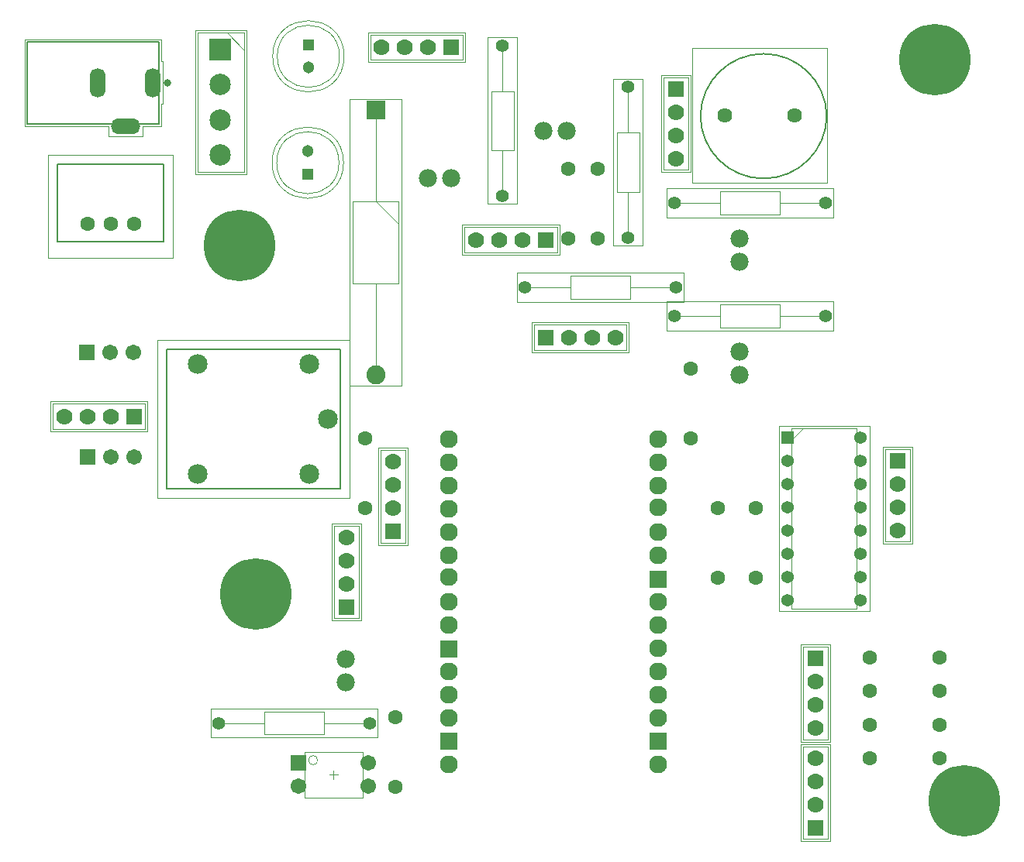
<source format=gts>
G04*
G04 #@! TF.GenerationSoftware,Altium Limited,Altium Designer,18.0.9 (584)*
G04*
G04 Layer_Color=8388736*
%FSLAX44Y44*%
%MOMM*%
G71*
G01*
G75*
%ADD10C,0.2000*%
%ADD11C,0.1000*%
%ADD14C,0.1270*%
%ADD15C,0.4000*%
%ADD18C,0.0001*%
%ADD19C,0.0500*%
%ADD20C,7.8232*%
%ADD21C,1.7032*%
%ADD22R,1.7032X1.7032*%
%ADD23R,1.7782X1.7782*%
%ADD24C,1.7782*%
%ADD25R,1.7782X1.7782*%
%ADD26R,1.3632X1.3632*%
%ADD27C,1.3632*%
%ADD28R,2.3332X2.3332*%
%ADD29C,2.3332*%
%ADD30C,2.0782*%
%ADD31R,2.0782X2.0782*%
%ADD32R,1.3032X1.3032*%
%ADD33C,1.3032*%
%ADD34C,1.4032*%
%ADD35C,1.6202*%
%ADD36C,1.6032*%
%ADD37C,2.1532*%
%ADD38C,1.9812*%
%ADD39O,3.2192X1.7112*%
%ADD40O,1.7112X3.2192*%
%ADD41C,1.9558*%
%ADD42R,1.9558X1.9558*%
D10*
X994720Y1150620D02*
G03*
X1132620Y1150620I68950J0D01*
G01*
D02*
G03*
X994720Y1150620I-68950J-1530D01*
G01*
X292520Y1012510D02*
Y1097510D01*
X408520D01*
Y1012510D02*
Y1097510D01*
X292520Y1012510D02*
X408520D01*
X601730Y742760D02*
Y894760D01*
X411730D02*
X601730D01*
X411730Y742760D02*
Y894760D01*
Y742760D02*
X601730D01*
D11*
X600500Y1215245D02*
G03*
X600500Y1215245I-34000J0D01*
G01*
X599875Y1098945D02*
G03*
X599875Y1098945I-34000J0D01*
G01*
X576630Y445760D02*
G03*
X576630Y445760I-5000J0D01*
G01*
X388370Y807990D02*
Y835390D01*
X287270Y807990D02*
X388370D01*
X287270D02*
Y835390D01*
X388370D01*
X1106540Y569710D02*
X1133940D01*
Y468610D02*
Y569710D01*
X1106540Y468610D02*
X1133940D01*
X1106540D02*
Y569710D01*
X813050Y894350D02*
Y921750D01*
X914150D01*
Y894350D02*
Y921750D01*
X813050Y894350D02*
X914150D01*
X594630Y600892D02*
X622030D01*
X594630D02*
Y701992D01*
X622030D01*
Y600892D02*
Y701992D01*
X735160Y1211670D02*
Y1239070D01*
X634060Y1211670D02*
X735160D01*
X634060D02*
Y1239070D01*
X735160D01*
X954040Y1192309D02*
X981440D01*
Y1091209D02*
Y1192309D01*
X954040Y1091209D02*
X981440D01*
X954040D02*
Y1192309D01*
X838255Y1001030D02*
Y1028430D01*
X737155Y1001030D02*
X838255D01*
X737155D02*
Y1028430D01*
X838255D01*
X1196184Y785680D02*
X1223584D01*
Y684580D02*
Y785680D01*
X1196184Y684580D02*
X1223584D01*
X1196184D02*
Y785680D01*
X1106440Y359660D02*
X1133840D01*
X1106440D02*
Y460760D01*
X1133840D01*
Y359660D02*
Y460760D01*
X645430Y683510D02*
X672830D01*
X645430D02*
Y784610D01*
X672830D01*
Y683510D02*
Y784610D01*
X1094420Y808380D02*
X1165520D01*
Y611480D02*
Y808380D01*
X1094420Y611480D02*
X1165520D01*
X1094420D02*
Y808380D01*
Y795680D02*
X1107120Y808380D01*
X496680Y1088645D02*
Y1241045D01*
X445880Y1088645D02*
X496680D01*
X445880D02*
Y1241045D01*
X496680D01*
X477430D02*
X496680Y1221795D01*
X640080Y866970D02*
Y966970D01*
Y1056970D02*
Y1156970D01*
Y1056970D02*
X665100Y1031950D01*
X615050Y1056970D02*
X665100D01*
X615050Y966970D02*
Y1056970D01*
Y966970D02*
X665100D01*
Y1056970D01*
X791090Y1112245D02*
Y1177245D01*
X766090Y1112245D02*
X791090D01*
X766090D02*
Y1177245D01*
X791090D01*
X778590D02*
Y1227245D01*
Y1062245D02*
Y1112245D01*
X903250Y1066734D02*
Y1131734D01*
X928250D01*
Y1066734D02*
Y1131734D01*
X903250Y1066734D02*
X928250D01*
X915750Y1016734D02*
Y1066734D01*
Y1131734D02*
Y1181734D01*
X518730Y473910D02*
X583730D01*
X518730D02*
Y498910D01*
X583730D01*
Y473910D02*
Y498910D01*
Y486410D02*
X633730D01*
X468730D02*
X518730D01*
X1016199Y943796D02*
X1081199D01*
Y918796D02*
Y943796D01*
X1016199Y918796D02*
X1081199D01*
X1016199D02*
Y943796D01*
X966199Y931296D02*
X1016199D01*
X1081199D02*
X1131199D01*
X1016199Y1067689D02*
X1081199D01*
Y1042689D02*
Y1067689D01*
X1016199Y1042689D02*
X1081199D01*
X1016199D02*
Y1067689D01*
X966199Y1055189D02*
X1016199D01*
X1081199D02*
X1131199D01*
X852640Y975160D02*
X917640D01*
Y950160D02*
Y975160D01*
X852640Y950160D02*
X917640D01*
X852640D02*
Y975160D01*
X802640Y962660D02*
X852640D01*
X917640D02*
X967640D01*
X562630Y404760D02*
X625630D01*
X562630Y454760D02*
X625630D01*
Y404760D02*
Y454760D01*
X562630Y404760D02*
Y454760D01*
X985380Y1076670D02*
X1133280D01*
Y1224570D01*
X985380D02*
X1133280D01*
X985380Y1076670D02*
Y1224570D01*
X282520Y994510D02*
Y1107510D01*
X418520D01*
Y994510D02*
Y1107510D01*
X282520Y994510D02*
X418520D01*
X611730Y732760D02*
Y904760D01*
X401730D02*
X611730D01*
X401730Y732760D02*
Y904760D01*
Y732760D02*
X611730D01*
X594130Y424760D02*
Y434760D01*
X589130Y429760D02*
X599130D01*
D14*
X259550Y1141180D02*
Y1231180D01*
X403550Y1141180D02*
Y1231180D01*
X259550D02*
X403550D01*
X259550Y1141180D02*
X403550D01*
X259550D02*
Y1231180D01*
X403550Y1141180D02*
Y1231180D01*
X259550D02*
X403550D01*
X259550Y1141180D02*
X403550D01*
X259550D02*
Y1231180D01*
X403550D01*
X385050Y1141180D02*
X403550D01*
Y1201680D02*
Y1231180D01*
X259550Y1141180D02*
X349050D01*
X403550D02*
Y1171680D01*
D15*
X414550Y1186180D02*
G03*
X414550Y1186180I-2000J0D01*
G01*
D18*
X358550Y1144180D02*
X374550D01*
X358550Y1134180D02*
Y1144180D01*
Y1134180D02*
X374550D01*
Y1144180D01*
X331550Y1178180D02*
Y1194180D01*
Y1178180D02*
X341550D01*
Y1194180D01*
X331550D02*
X341550D01*
X391550Y1178180D02*
Y1194180D01*
Y1178180D02*
X401550D01*
Y1194180D01*
X391550D02*
X401550D01*
D19*
X605500Y1215245D02*
G03*
X605500Y1215245I-39000J0D01*
G01*
X604875Y1098945D02*
G03*
X604875Y1098945I-39000J0D01*
G01*
X390870Y805490D02*
Y837890D01*
X284770Y805490D02*
X390870D01*
X284770D02*
Y837890D01*
X390870D01*
X1104040Y572210D02*
X1136440D01*
Y466110D02*
Y572210D01*
X1104040Y466110D02*
X1136440D01*
X1104040D02*
Y572210D01*
X810550Y891850D02*
Y924250D01*
X916650D01*
Y891850D02*
Y924250D01*
X810550Y891850D02*
X916650D01*
X592130Y598392D02*
X624530D01*
X592130D02*
Y704492D01*
X624530D01*
Y598392D02*
Y704492D01*
X737660Y1209170D02*
Y1241570D01*
X631560Y1209170D02*
X737660D01*
X631560D02*
Y1241570D01*
X737660D01*
X951540Y1194809D02*
X983940D01*
Y1088709D02*
Y1194809D01*
X951540Y1088709D02*
X983940D01*
X951540D02*
Y1194809D01*
X840755Y998530D02*
Y1030930D01*
X734655Y998530D02*
X840755D01*
X734655D02*
Y1030930D01*
X840755D01*
X1193684Y788180D02*
X1226084D01*
Y682080D02*
Y788180D01*
X1193684Y682080D02*
X1226084D01*
X1193684D02*
Y788180D01*
X1103940Y357160D02*
X1136340D01*
X1103940D02*
Y463260D01*
X1136340D01*
Y357160D02*
Y463260D01*
X642930Y681010D02*
X675330D01*
X642930D02*
Y787110D01*
X675330D01*
Y681010D02*
Y787110D01*
X1080370Y810880D02*
X1179570D01*
Y608980D02*
Y810880D01*
X1080370Y608980D02*
X1179570D01*
X1080370D02*
Y810880D01*
X499180Y1086145D02*
Y1243545D01*
X443380Y1086145D02*
X499180D01*
X443380D02*
Y1243545D01*
X499180D01*
X611550Y1168850D02*
X668600D01*
X611550Y855100D02*
Y1168850D01*
Y855100D02*
X668600D01*
Y1168850D01*
X794590Y1053745D02*
Y1235745D01*
X762590Y1053745D02*
X794590D01*
X762590D02*
Y1235745D01*
X794590D01*
X899750Y1008234D02*
Y1190234D01*
X931750D01*
Y1008234D02*
Y1190234D01*
X899750Y1008234D02*
X931750D01*
X460230Y470410D02*
X642230D01*
X460230D02*
Y502410D01*
X642230D01*
Y470410D02*
Y502410D01*
X957699Y947296D02*
X1139699D01*
Y915296D02*
Y947296D01*
X957699Y915296D02*
X1139699D01*
X957699D02*
Y947296D01*
Y1071189D02*
X1139699D01*
Y1039189D02*
Y1071189D01*
X957699Y1039189D02*
X1139699D01*
X957699D02*
Y1071189D01*
X794140Y978660D02*
X976140D01*
Y946660D02*
Y978660D01*
X794140Y946660D02*
X976140D01*
X794140D02*
Y978660D01*
X406050Y1209680D02*
X407050D01*
Y1163680D02*
Y1209680D01*
X406050Y1163680D02*
X407050D01*
X406050Y1138680D02*
Y1163680D01*
Y1209680D02*
Y1233680D01*
X256550D02*
X406050D01*
X256550Y1138680D02*
Y1233680D01*
Y1138680D02*
X348050D01*
Y1128180D02*
Y1138680D01*
Y1128180D02*
X385050D01*
Y1138680D01*
X406050D01*
D20*
X509271Y627380D02*
D03*
X491490Y1008380D02*
D03*
X1250951Y1211580D02*
D03*
X1282700Y401320D02*
D03*
D21*
X375420Y891560D02*
D03*
X350020D02*
D03*
X350895Y777240D02*
D03*
X376295D02*
D03*
X632230Y417060D02*
D03*
Y442460D02*
D03*
X556030Y417060D02*
D03*
D22*
X324620Y891560D02*
D03*
X325495Y777240D02*
D03*
X556030Y442460D02*
D03*
D23*
X375920Y821690D02*
D03*
X825500Y908050D02*
D03*
X722710Y1225370D02*
D03*
X825805Y1014730D02*
D03*
D24*
X350520Y821690D02*
D03*
X325120D02*
D03*
X299720D02*
D03*
X1120240Y531860D02*
D03*
Y506460D02*
D03*
Y481060D02*
D03*
X850900Y908050D02*
D03*
X876300D02*
D03*
X901700D02*
D03*
X608330Y638742D02*
D03*
Y664142D02*
D03*
Y689542D02*
D03*
X697310Y1225370D02*
D03*
X671910D02*
D03*
X646510D02*
D03*
X967740Y1154459D02*
D03*
Y1129059D02*
D03*
Y1103659D02*
D03*
X800405Y1014730D02*
D03*
X775005D02*
D03*
X749605D02*
D03*
X1209884Y747830D02*
D03*
Y722430D02*
D03*
Y697030D02*
D03*
X1120140Y397510D02*
D03*
Y422910D02*
D03*
Y448310D02*
D03*
X659130Y721360D02*
D03*
Y746760D02*
D03*
Y772160D02*
D03*
D25*
X1120240Y557260D02*
D03*
X608330Y613342D02*
D03*
X967740Y1179859D02*
D03*
X1209884Y773230D02*
D03*
X1120140Y372110D02*
D03*
X659130Y695960D02*
D03*
D26*
X1090270Y798830D02*
D03*
D27*
Y773430D02*
D03*
Y748030D02*
D03*
Y722630D02*
D03*
Y697230D02*
D03*
Y671830D02*
D03*
Y646430D02*
D03*
Y621030D02*
D03*
X1169670D02*
D03*
Y646430D02*
D03*
Y671830D02*
D03*
Y697230D02*
D03*
Y722630D02*
D03*
Y748030D02*
D03*
Y773430D02*
D03*
Y798830D02*
D03*
D28*
X469980Y1222595D02*
D03*
D29*
Y1184095D02*
D03*
Y1145595D02*
D03*
Y1107095D02*
D03*
D30*
X640080Y866970D02*
D03*
D31*
Y1156970D02*
D03*
D32*
X566500Y1227745D02*
D03*
X565875Y1086445D02*
D03*
D33*
X566500Y1202745D02*
D03*
X565875Y1111445D02*
D03*
D34*
X778590Y1227245D02*
D03*
Y1062245D02*
D03*
X915750Y1016734D02*
D03*
Y1181734D02*
D03*
X633730Y486410D02*
D03*
X468730D02*
D03*
X966199Y931296D02*
D03*
X1131199D02*
D03*
X966199Y1055189D02*
D03*
X1131199D02*
D03*
X802640Y962660D02*
D03*
X967640D02*
D03*
D35*
X1021380Y1150620D02*
D03*
X1097280D02*
D03*
D36*
X375920Y1032510D02*
D03*
X350520D02*
D03*
X325120D02*
D03*
X1179430Y558135D02*
D03*
X1255630D02*
D03*
X850330Y1016000D02*
D03*
Y1092200D02*
D03*
X1179430Y447645D02*
D03*
X1255630D02*
D03*
X1013460Y645160D02*
D03*
Y721360D02*
D03*
X628650Y797560D02*
D03*
Y721360D02*
D03*
X661670Y492760D02*
D03*
Y416560D02*
D03*
X1055370Y645160D02*
D03*
Y721360D02*
D03*
X1179430Y521305D02*
D03*
X1255630D02*
D03*
X1179430Y484475D02*
D03*
X1255630D02*
D03*
X882650Y1016000D02*
D03*
Y1092200D02*
D03*
X984250Y873760D02*
D03*
Y797560D02*
D03*
D37*
X587730Y818760D02*
D03*
X567730Y758760D02*
D03*
X445730D02*
D03*
Y878760D02*
D03*
X567730D02*
D03*
D38*
X697230Y1082040D02*
D03*
X722630D02*
D03*
X823040Y1133760D02*
D03*
X848440D02*
D03*
X607315Y530860D02*
D03*
Y556260D02*
D03*
X1037714Y1015800D02*
D03*
Y990400D02*
D03*
Y892810D02*
D03*
Y867410D02*
D03*
D39*
X366550Y1139180D02*
D03*
D40*
X336550Y1186180D02*
D03*
X396550D02*
D03*
D41*
X720170Y441510D02*
D03*
Y543110D02*
D03*
Y517710D02*
D03*
Y492310D02*
D03*
Y593910D02*
D03*
Y619310D02*
D03*
Y645980D02*
D03*
Y797110D02*
D03*
Y771710D02*
D03*
Y746310D02*
D03*
Y720910D02*
D03*
Y695510D02*
D03*
Y670110D02*
D03*
X948770Y441510D02*
D03*
Y543110D02*
D03*
Y517710D02*
D03*
Y492310D02*
D03*
Y568510D02*
D03*
Y593910D02*
D03*
Y619310D02*
D03*
Y797110D02*
D03*
Y771710D02*
D03*
Y746310D02*
D03*
Y722180D02*
D03*
Y695510D02*
D03*
Y670110D02*
D03*
D42*
X720170Y466910D02*
D03*
Y567240D02*
D03*
X948770Y466910D02*
D03*
Y643440D02*
D03*
M02*

</source>
